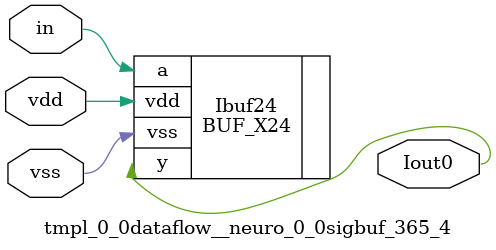
<source format=v>
module tmpl_0_0dataflow__neuro_0_0sigbuf_365_4(in, Iout0 , vdd, vss); 
   input vdd;
   input vss;
   input in;
   

// -- signals ---
   wire in;
   output Iout0 ;

// --- instances
BUF_X24 Ibuf24  (.y(Iout0 ), .a(in), .vdd(vdd), .vss(vss));
endmodule
</source>
